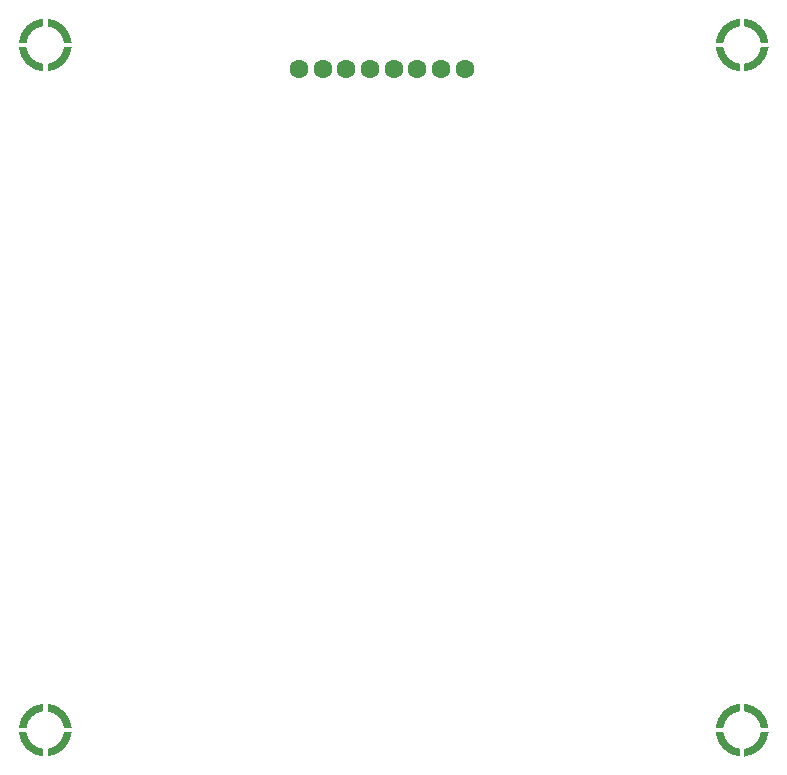
<source format=gbr>
G04*
G04 #@! TF.GenerationSoftware,Altium Limited,Altium Designer,24.3.1 (35)*
G04*
G04 Layer_Color=255*
%FSLAX25Y25*%
%MOIN*%
G70*
G04*
G04 #@! TF.SameCoordinates,4C6EEDD9-8573-49FE-A8EC-0E224A19D34F*
G04*
G04*
G04 #@! TF.FilePolarity,Positive*
G04*
G01*
G75*
%ADD13C,0.06299*%
G36*
G01X304169Y55905D02*
G02X312205Y63941I8823J-787D01*
G01Y61368D01*
G03X306742Y55905I787J-6250D01*
G01X304169D01*
D02*
G37*
G36*
G01X313779Y63941D02*
G02X321815Y55905I-787J-8823D01*
G01X319242D01*
G03X313779Y61368I-6250J-787D01*
G01Y63941D01*
D02*
G37*
G36*
G01X321815Y54331D02*
G02X313779Y46295I-8823J787D01*
G01Y48868D01*
G03X319242Y54331I-787J6250D01*
G01X321815D01*
D02*
G37*
G36*
G01X312205Y46295D02*
G02X304169Y54331I787J8823D01*
G01X306742D01*
G03X312205Y48868I6250J787D01*
G01Y46295D01*
D02*
G37*
G36*
G01X79921D02*
G02X71885Y54331I787J8823D01*
G01X74459D01*
G03X79921Y48868I6250J787D01*
G01Y46295D01*
D02*
G37*
G36*
G01X89532Y54331D02*
G02X81496Y46295I-8823J787D01*
G01Y48868D01*
G03X86958Y54331I-787J6250D01*
G01X89532D01*
D02*
G37*
G36*
G01X81496Y63941D02*
G02X89532Y55905I-787J-8823D01*
G01X86958D01*
G03X81496Y61368I-6250J-787D01*
G01Y63941D01*
D02*
G37*
G36*
G01X71885Y55905D02*
G02X79921Y63941I8823J-787D01*
G01Y61368D01*
G03X74459Y55905I787J-6250D01*
G01X71885D01*
D02*
G37*
G36*
G01X304169Y284252D02*
G02X312205Y292288I8823J-787D01*
G01Y289714D01*
G03X306742Y284252I787J-6250D01*
G01X304169D01*
D02*
G37*
G36*
G01X313779Y292288D02*
G02X321815Y284252I-787J-8823D01*
G01X319242D01*
G03X313779Y289714I-6250J-787D01*
G01Y292288D01*
D02*
G37*
G36*
G01X321815Y282677D02*
G02X313779Y274641I-8823J787D01*
G01Y277215D01*
G03X319242Y282677I-787J6250D01*
G01X321815D01*
D02*
G37*
G36*
G01X312205Y274641D02*
G02X304169Y282677I787J8823D01*
G01X306742D01*
G03X312205Y277215I6250J787D01*
G01Y274641D01*
D02*
G37*
G36*
G01X71885Y284252D02*
G02X79921Y292288I8823J-787D01*
G01Y289714D01*
G03X74459Y284252I787J-6250D01*
G01X71885D01*
D02*
G37*
G36*
G01X81496Y292288D02*
G02X89532Y284252I-787J-8823D01*
G01X86958D01*
G03X81496Y289714I-6250J-787D01*
G01Y292288D01*
D02*
G37*
G36*
G01X89532Y282677D02*
G02X81496Y274641I-8823J787D01*
G01Y277215D01*
G03X86958Y282677I-787J6250D01*
G01X89532D01*
D02*
G37*
G36*
G01X79921Y274641D02*
G02X71885Y282677I787J8823D01*
G01X74459D01*
G03X79921Y277215I6250J787D01*
G01Y274641D01*
D02*
G37*
D13*
X220472Y275590D02*
D03*
X165354D02*
D03*
X212598D02*
D03*
X173228D02*
D03*
X204724D02*
D03*
X181102D02*
D03*
X196850D02*
D03*
X188976D02*
D03*
M02*

</source>
